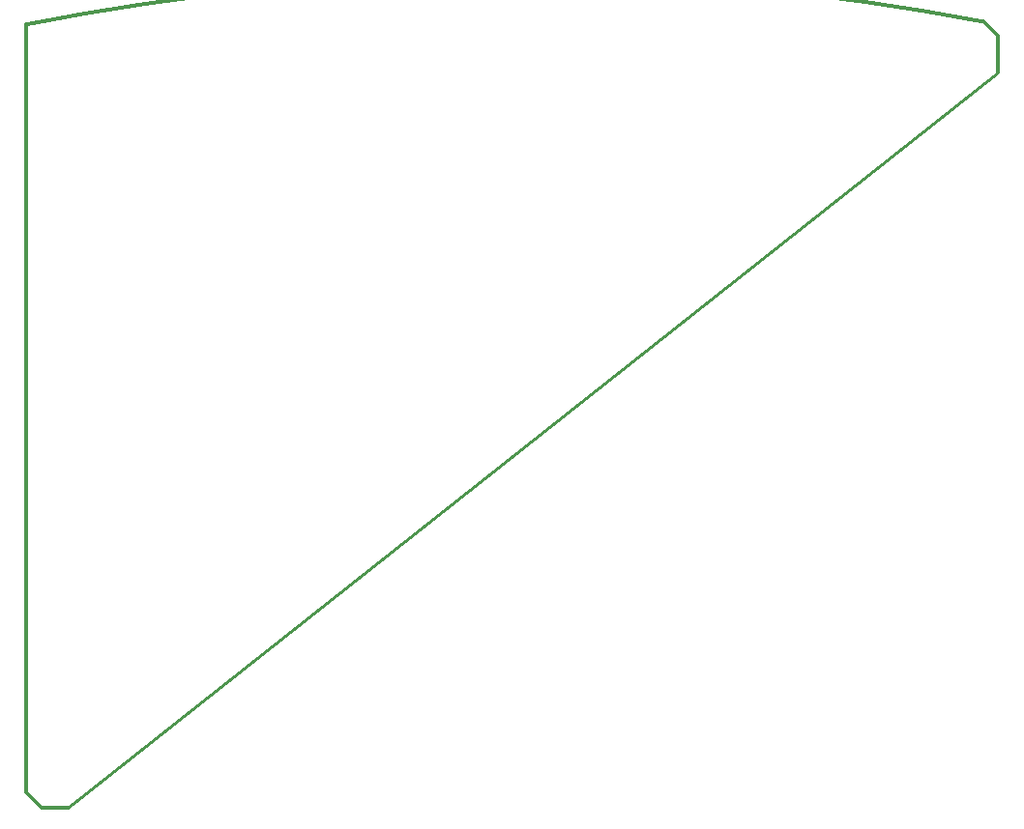
<source format=gm1>
G04*
G04 #@! TF.GenerationSoftware,Altium Limited,Altium Designer,24.10.1 (45)*
G04*
G04 Layer_Color=16711935*
%FSLAX43Y43*%
%MOMM*%
G71*
G04*
G04 #@! TF.SameCoordinates,DA216BA7-6C9C-4F93-A9C1-4DB8622052F4*
G04*
G04*
G04 #@! TF.FilePolarity,Positive*
G04*
G01*
G75*
%ADD10C,0.300*%
%ADD76C,0.254*%
D10*
X137308Y112043D02*
G03*
X53453Y111811I-41332J-215166D01*
G01*
X53460D02*
X53460Y44560D01*
X138560Y107589D02*
Y110818D01*
X137312Y112065D02*
X138560Y110818D01*
X53460Y44560D02*
X54834Y43186D01*
X57059D01*
D76*
X138560Y107589D01*
M02*

</source>
